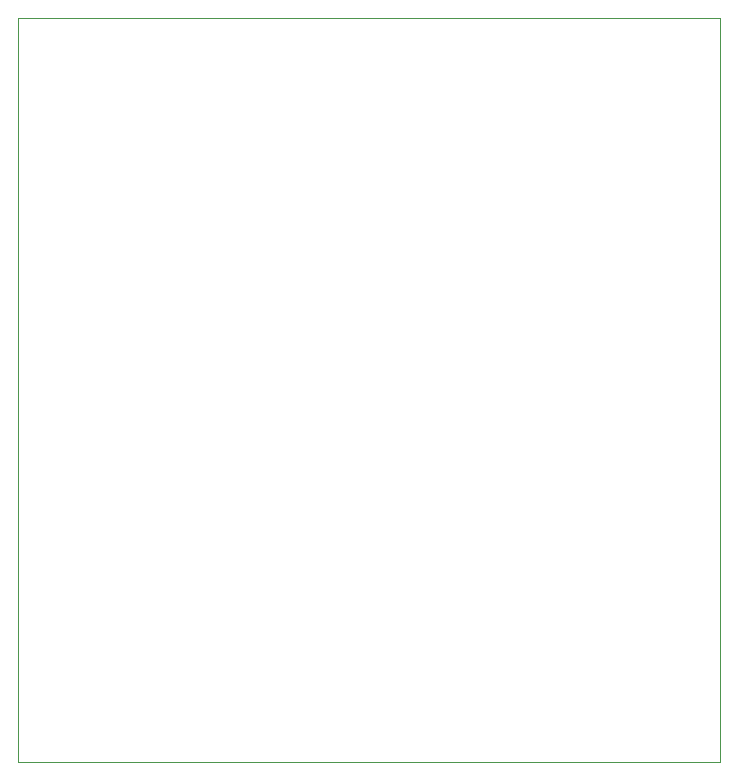
<source format=gbr>
%TF.GenerationSoftware,Altium Limited,Altium Designer,24.6.1 (21)*%
G04 Layer_Color=0*
%FSLAX45Y45*%
%MOMM*%
%TF.SameCoordinates,AC9FF34B-BC34-43DD-B331-A16B571A9E15*%
%TF.FilePolarity,Positive*%
%TF.FileFunction,Profile,NP*%
%TF.Part,Single*%
G01*
G75*
%TA.AperFunction,Profile*%
%ADD54C,0.02540*%
D54*
X0Y1879600D02*
Y6299200D01*
X5943600D01*
Y0D01*
X0D01*
Y1879600D01*
%TF.MD5,dc82914e41bc349030fe18dae6708ddc*%
M02*

</source>
